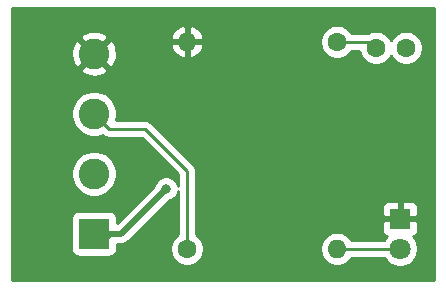
<source format=gbr>
G04 #@! TF.GenerationSoftware,KiCad,Pcbnew,(5.1.5-0-10_14)*
G04 #@! TF.CreationDate,2021-06-11T11:39:42+02:00*
G04 #@! TF.ProjectId,ldr_led_platine,6c64725f-6c65-4645-9f70-6c6174696e65,rev?*
G04 #@! TF.SameCoordinates,Original*
G04 #@! TF.FileFunction,Copper,L1,Top*
G04 #@! TF.FilePolarity,Positive*
%FSLAX46Y46*%
G04 Gerber Fmt 4.6, Leading zero omitted, Abs format (unit mm)*
G04 Created by KiCad (PCBNEW (5.1.5-0-10_14)) date 2021-06-11 11:39:42*
%MOMM*%
%LPD*%
G04 APERTURE LIST*
%ADD10R,1.800000X1.800000*%
%ADD11C,1.800000*%
%ADD12R,2.600000X2.600000*%
%ADD13C,2.600000*%
%ADD14C,1.600000*%
%ADD15O,1.600000X1.600000*%
%ADD16C,0.800000*%
%ADD17C,0.250000*%
%ADD18C,0.500000*%
%ADD19C,0.254000*%
G04 APERTURE END LIST*
D10*
X153924000Y-79502000D03*
D11*
X153924000Y-82042000D03*
D12*
X128016000Y-80772000D03*
D13*
X128016000Y-75692000D03*
X128016000Y-70612000D03*
X128016000Y-65532000D03*
D14*
X154432000Y-65024000D03*
X151892000Y-65024000D03*
X135890000Y-82042000D03*
D15*
X148590000Y-82042000D03*
X135890000Y-64516000D03*
D14*
X148590000Y-64516000D03*
D16*
X134112000Y-76962000D03*
D17*
X153924000Y-82042000D02*
X148590000Y-82042000D01*
X128016000Y-80772000D02*
X128016000Y-81026000D01*
X128016000Y-81026000D02*
X129286000Y-81026000D01*
D18*
X130302000Y-80772000D02*
X134112000Y-76962000D01*
X128016000Y-80772000D02*
X130302000Y-80772000D01*
D17*
X151384000Y-64516000D02*
X151892000Y-65024000D01*
X148590000Y-64516000D02*
X151384000Y-64516000D01*
X129315999Y-71911999D02*
X132363999Y-71911999D01*
X128016000Y-70612000D02*
X129315999Y-71911999D01*
X135890000Y-75438000D02*
X135890000Y-82042000D01*
X132363999Y-71911999D02*
X135890000Y-75438000D01*
D19*
G36*
X156795001Y-84659000D02*
G01*
X121081000Y-84659000D01*
X121081000Y-79472000D01*
X126077928Y-79472000D01*
X126077928Y-82072000D01*
X126090188Y-82196482D01*
X126126498Y-82316180D01*
X126185463Y-82426494D01*
X126264815Y-82523185D01*
X126361506Y-82602537D01*
X126471820Y-82661502D01*
X126591518Y-82697812D01*
X126716000Y-82710072D01*
X129316000Y-82710072D01*
X129440482Y-82697812D01*
X129560180Y-82661502D01*
X129670494Y-82602537D01*
X129767185Y-82523185D01*
X129846537Y-82426494D01*
X129905502Y-82316180D01*
X129941812Y-82196482D01*
X129954072Y-82072000D01*
X129954072Y-81657000D01*
X130258531Y-81657000D01*
X130302000Y-81661281D01*
X130345469Y-81657000D01*
X130345477Y-81657000D01*
X130475490Y-81644195D01*
X130642313Y-81593589D01*
X130796059Y-81511411D01*
X130930817Y-81400817D01*
X130958534Y-81367044D01*
X134357044Y-77968535D01*
X134413898Y-77957226D01*
X134602256Y-77879205D01*
X134771774Y-77765937D01*
X134915937Y-77621774D01*
X135029205Y-77452256D01*
X135107226Y-77263898D01*
X135130000Y-77149403D01*
X135130001Y-80823956D01*
X134975241Y-80927363D01*
X134775363Y-81127241D01*
X134618320Y-81362273D01*
X134510147Y-81623426D01*
X134455000Y-81900665D01*
X134455000Y-82183335D01*
X134510147Y-82460574D01*
X134618320Y-82721727D01*
X134775363Y-82956759D01*
X134975241Y-83156637D01*
X135210273Y-83313680D01*
X135471426Y-83421853D01*
X135748665Y-83477000D01*
X136031335Y-83477000D01*
X136308574Y-83421853D01*
X136569727Y-83313680D01*
X136804759Y-83156637D01*
X137004637Y-82956759D01*
X137161680Y-82721727D01*
X137269853Y-82460574D01*
X137325000Y-82183335D01*
X137325000Y-81900665D01*
X147155000Y-81900665D01*
X147155000Y-82183335D01*
X147210147Y-82460574D01*
X147318320Y-82721727D01*
X147475363Y-82956759D01*
X147675241Y-83156637D01*
X147910273Y-83313680D01*
X148171426Y-83421853D01*
X148448665Y-83477000D01*
X148731335Y-83477000D01*
X149008574Y-83421853D01*
X149269727Y-83313680D01*
X149504759Y-83156637D01*
X149704637Y-82956759D01*
X149808043Y-82802000D01*
X152585687Y-82802000D01*
X152731688Y-83020505D01*
X152945495Y-83234312D01*
X153196905Y-83402299D01*
X153476257Y-83518011D01*
X153772816Y-83577000D01*
X154075184Y-83577000D01*
X154371743Y-83518011D01*
X154651095Y-83402299D01*
X154902505Y-83234312D01*
X155116312Y-83020505D01*
X155284299Y-82769095D01*
X155400011Y-82489743D01*
X155459000Y-82193184D01*
X155459000Y-81890816D01*
X155400011Y-81594257D01*
X155284299Y-81314905D01*
X155116312Y-81063495D01*
X155049873Y-80997056D01*
X155068180Y-80991502D01*
X155178494Y-80932537D01*
X155275185Y-80853185D01*
X155354537Y-80756494D01*
X155413502Y-80646180D01*
X155449812Y-80526482D01*
X155462072Y-80402000D01*
X155459000Y-79787750D01*
X155300250Y-79629000D01*
X154051000Y-79629000D01*
X154051000Y-79649000D01*
X153797000Y-79649000D01*
X153797000Y-79629000D01*
X152547750Y-79629000D01*
X152389000Y-79787750D01*
X152385928Y-80402000D01*
X152398188Y-80526482D01*
X152434498Y-80646180D01*
X152493463Y-80756494D01*
X152572815Y-80853185D01*
X152669506Y-80932537D01*
X152779820Y-80991502D01*
X152798127Y-80997056D01*
X152731688Y-81063495D01*
X152585687Y-81282000D01*
X149808043Y-81282000D01*
X149704637Y-81127241D01*
X149504759Y-80927363D01*
X149269727Y-80770320D01*
X149008574Y-80662147D01*
X148731335Y-80607000D01*
X148448665Y-80607000D01*
X148171426Y-80662147D01*
X147910273Y-80770320D01*
X147675241Y-80927363D01*
X147475363Y-81127241D01*
X147318320Y-81362273D01*
X147210147Y-81623426D01*
X147155000Y-81900665D01*
X137325000Y-81900665D01*
X137269853Y-81623426D01*
X137161680Y-81362273D01*
X137004637Y-81127241D01*
X136804759Y-80927363D01*
X136650000Y-80823957D01*
X136650000Y-78602000D01*
X152385928Y-78602000D01*
X152389000Y-79216250D01*
X152547750Y-79375000D01*
X153797000Y-79375000D01*
X153797000Y-78125750D01*
X154051000Y-78125750D01*
X154051000Y-79375000D01*
X155300250Y-79375000D01*
X155459000Y-79216250D01*
X155462072Y-78602000D01*
X155449812Y-78477518D01*
X155413502Y-78357820D01*
X155354537Y-78247506D01*
X155275185Y-78150815D01*
X155178494Y-78071463D01*
X155068180Y-78012498D01*
X154948482Y-77976188D01*
X154824000Y-77963928D01*
X154209750Y-77967000D01*
X154051000Y-78125750D01*
X153797000Y-78125750D01*
X153638250Y-77967000D01*
X153024000Y-77963928D01*
X152899518Y-77976188D01*
X152779820Y-78012498D01*
X152669506Y-78071463D01*
X152572815Y-78150815D01*
X152493463Y-78247506D01*
X152434498Y-78357820D01*
X152398188Y-78477518D01*
X152385928Y-78602000D01*
X136650000Y-78602000D01*
X136650000Y-75475322D01*
X136653676Y-75437999D01*
X136650000Y-75400676D01*
X136650000Y-75400667D01*
X136639003Y-75289014D01*
X136595546Y-75145753D01*
X136524974Y-75013724D01*
X136511811Y-74997685D01*
X136453799Y-74926996D01*
X136453795Y-74926992D01*
X136430001Y-74897999D01*
X136401009Y-74874206D01*
X132927803Y-71401002D01*
X132904000Y-71371998D01*
X132788275Y-71277025D01*
X132656246Y-71206453D01*
X132512985Y-71162996D01*
X132401332Y-71151999D01*
X132401321Y-71151999D01*
X132363999Y-71148323D01*
X132326677Y-71151999D01*
X129881496Y-71151999D01*
X129951000Y-70802581D01*
X129951000Y-70421419D01*
X129876639Y-70047581D01*
X129730775Y-69695434D01*
X129519013Y-69378509D01*
X129249491Y-69108987D01*
X128932566Y-68897225D01*
X128580419Y-68751361D01*
X128206581Y-68677000D01*
X127825419Y-68677000D01*
X127451581Y-68751361D01*
X127099434Y-68897225D01*
X126782509Y-69108987D01*
X126512987Y-69378509D01*
X126301225Y-69695434D01*
X126155361Y-70047581D01*
X126081000Y-70421419D01*
X126081000Y-70802581D01*
X126155361Y-71176419D01*
X126301225Y-71528566D01*
X126512987Y-71845491D01*
X126782509Y-72115013D01*
X127099434Y-72326775D01*
X127451581Y-72472639D01*
X127825419Y-72547000D01*
X128206581Y-72547000D01*
X128580419Y-72472639D01*
X128736985Y-72407787D01*
X128752199Y-72423001D01*
X128775998Y-72452000D01*
X128891723Y-72546973D01*
X129023752Y-72617545D01*
X129167013Y-72661002D01*
X129278666Y-72671999D01*
X129278675Y-72671999D01*
X129315998Y-72675675D01*
X129353321Y-72671999D01*
X132049198Y-72671999D01*
X135130000Y-75752803D01*
X135130000Y-76774597D01*
X135107226Y-76660102D01*
X135029205Y-76471744D01*
X134915937Y-76302226D01*
X134771774Y-76158063D01*
X134602256Y-76044795D01*
X134413898Y-75966774D01*
X134213939Y-75927000D01*
X134010061Y-75927000D01*
X133810102Y-75966774D01*
X133621744Y-76044795D01*
X133452226Y-76158063D01*
X133308063Y-76302226D01*
X133194795Y-76471744D01*
X133116774Y-76660102D01*
X133105465Y-76716956D01*
X129954072Y-79868350D01*
X129954072Y-79472000D01*
X129941812Y-79347518D01*
X129905502Y-79227820D01*
X129846537Y-79117506D01*
X129767185Y-79020815D01*
X129670494Y-78941463D01*
X129560180Y-78882498D01*
X129440482Y-78846188D01*
X129316000Y-78833928D01*
X126716000Y-78833928D01*
X126591518Y-78846188D01*
X126471820Y-78882498D01*
X126361506Y-78941463D01*
X126264815Y-79020815D01*
X126185463Y-79117506D01*
X126126498Y-79227820D01*
X126090188Y-79347518D01*
X126077928Y-79472000D01*
X121081000Y-79472000D01*
X121081000Y-75501419D01*
X126081000Y-75501419D01*
X126081000Y-75882581D01*
X126155361Y-76256419D01*
X126301225Y-76608566D01*
X126512987Y-76925491D01*
X126782509Y-77195013D01*
X127099434Y-77406775D01*
X127451581Y-77552639D01*
X127825419Y-77627000D01*
X128206581Y-77627000D01*
X128580419Y-77552639D01*
X128932566Y-77406775D01*
X129249491Y-77195013D01*
X129519013Y-76925491D01*
X129730775Y-76608566D01*
X129876639Y-76256419D01*
X129951000Y-75882581D01*
X129951000Y-75501419D01*
X129876639Y-75127581D01*
X129730775Y-74775434D01*
X129519013Y-74458509D01*
X129249491Y-74188987D01*
X128932566Y-73977225D01*
X128580419Y-73831361D01*
X128206581Y-73757000D01*
X127825419Y-73757000D01*
X127451581Y-73831361D01*
X127099434Y-73977225D01*
X126782509Y-74188987D01*
X126512987Y-74458509D01*
X126301225Y-74775434D01*
X126155361Y-75127581D01*
X126081000Y-75501419D01*
X121081000Y-75501419D01*
X121081000Y-66881224D01*
X126846381Y-66881224D01*
X126978317Y-67176312D01*
X127319045Y-67347159D01*
X127686557Y-67448250D01*
X128066729Y-67475701D01*
X128444951Y-67428457D01*
X128806690Y-67308333D01*
X129053683Y-67176312D01*
X129185619Y-66881224D01*
X128016000Y-65711605D01*
X126846381Y-66881224D01*
X121081000Y-66881224D01*
X121081000Y-65582729D01*
X126072299Y-65582729D01*
X126119543Y-65960951D01*
X126239667Y-66322690D01*
X126371688Y-66569683D01*
X126666776Y-66701619D01*
X127836395Y-65532000D01*
X128195605Y-65532000D01*
X129365224Y-66701619D01*
X129660312Y-66569683D01*
X129831159Y-66228955D01*
X129932250Y-65861443D01*
X129959701Y-65481271D01*
X129912457Y-65103049D01*
X129833421Y-64865039D01*
X134498096Y-64865039D01*
X134538754Y-64999087D01*
X134658963Y-65253420D01*
X134826481Y-65479414D01*
X135034869Y-65668385D01*
X135276119Y-65813070D01*
X135540960Y-65907909D01*
X135763000Y-65786624D01*
X135763000Y-64643000D01*
X136017000Y-64643000D01*
X136017000Y-65786624D01*
X136239040Y-65907909D01*
X136503881Y-65813070D01*
X136745131Y-65668385D01*
X136953519Y-65479414D01*
X137121037Y-65253420D01*
X137241246Y-64999087D01*
X137281904Y-64865039D01*
X137159915Y-64643000D01*
X136017000Y-64643000D01*
X135763000Y-64643000D01*
X134620085Y-64643000D01*
X134498096Y-64865039D01*
X129833421Y-64865039D01*
X129792333Y-64741310D01*
X129660312Y-64494317D01*
X129365224Y-64362381D01*
X128195605Y-65532000D01*
X127836395Y-65532000D01*
X126666776Y-64362381D01*
X126371688Y-64494317D01*
X126200841Y-64835045D01*
X126099750Y-65202557D01*
X126072299Y-65582729D01*
X121081000Y-65582729D01*
X121081000Y-64182776D01*
X126846381Y-64182776D01*
X128016000Y-65352395D01*
X129185619Y-64182776D01*
X129178548Y-64166961D01*
X134498096Y-64166961D01*
X134620085Y-64389000D01*
X135763000Y-64389000D01*
X135763000Y-63245376D01*
X136017000Y-63245376D01*
X136017000Y-64389000D01*
X137159915Y-64389000D01*
X137167790Y-64374665D01*
X147155000Y-64374665D01*
X147155000Y-64657335D01*
X147210147Y-64934574D01*
X147318320Y-65195727D01*
X147475363Y-65430759D01*
X147675241Y-65630637D01*
X147910273Y-65787680D01*
X148171426Y-65895853D01*
X148448665Y-65951000D01*
X148731335Y-65951000D01*
X149008574Y-65895853D01*
X149269727Y-65787680D01*
X149504759Y-65630637D01*
X149704637Y-65430759D01*
X149808043Y-65276000D01*
X150479013Y-65276000D01*
X150512147Y-65442574D01*
X150620320Y-65703727D01*
X150777363Y-65938759D01*
X150977241Y-66138637D01*
X151212273Y-66295680D01*
X151473426Y-66403853D01*
X151750665Y-66459000D01*
X152033335Y-66459000D01*
X152310574Y-66403853D01*
X152571727Y-66295680D01*
X152806759Y-66138637D01*
X153006637Y-65938759D01*
X153162000Y-65706241D01*
X153317363Y-65938759D01*
X153517241Y-66138637D01*
X153752273Y-66295680D01*
X154013426Y-66403853D01*
X154290665Y-66459000D01*
X154573335Y-66459000D01*
X154850574Y-66403853D01*
X155111727Y-66295680D01*
X155346759Y-66138637D01*
X155546637Y-65938759D01*
X155703680Y-65703727D01*
X155811853Y-65442574D01*
X155867000Y-65165335D01*
X155867000Y-64882665D01*
X155811853Y-64605426D01*
X155703680Y-64344273D01*
X155546637Y-64109241D01*
X155346759Y-63909363D01*
X155111727Y-63752320D01*
X154850574Y-63644147D01*
X154573335Y-63589000D01*
X154290665Y-63589000D01*
X154013426Y-63644147D01*
X153752273Y-63752320D01*
X153517241Y-63909363D01*
X153317363Y-64109241D01*
X153162000Y-64341759D01*
X153006637Y-64109241D01*
X152806759Y-63909363D01*
X152571727Y-63752320D01*
X152310574Y-63644147D01*
X152033335Y-63589000D01*
X151750665Y-63589000D01*
X151473426Y-63644147D01*
X151212273Y-63752320D01*
X151206765Y-63756000D01*
X149808043Y-63756000D01*
X149704637Y-63601241D01*
X149504759Y-63401363D01*
X149269727Y-63244320D01*
X149008574Y-63136147D01*
X148731335Y-63081000D01*
X148448665Y-63081000D01*
X148171426Y-63136147D01*
X147910273Y-63244320D01*
X147675241Y-63401363D01*
X147475363Y-63601241D01*
X147318320Y-63836273D01*
X147210147Y-64097426D01*
X147155000Y-64374665D01*
X137167790Y-64374665D01*
X137281904Y-64166961D01*
X137241246Y-64032913D01*
X137121037Y-63778580D01*
X136953519Y-63552586D01*
X136745131Y-63363615D01*
X136503881Y-63218930D01*
X136239040Y-63124091D01*
X136017000Y-63245376D01*
X135763000Y-63245376D01*
X135540960Y-63124091D01*
X135276119Y-63218930D01*
X135034869Y-63363615D01*
X134826481Y-63552586D01*
X134658963Y-63778580D01*
X134538754Y-64032913D01*
X134498096Y-64166961D01*
X129178548Y-64166961D01*
X129053683Y-63887688D01*
X128712955Y-63716841D01*
X128345443Y-63615750D01*
X127965271Y-63588299D01*
X127587049Y-63635543D01*
X127225310Y-63755667D01*
X126978317Y-63887688D01*
X126846381Y-64182776D01*
X121081000Y-64182776D01*
X121081000Y-61645000D01*
X156795000Y-61645000D01*
X156795001Y-84659000D01*
G37*
X156795001Y-84659000D02*
X121081000Y-84659000D01*
X121081000Y-79472000D01*
X126077928Y-79472000D01*
X126077928Y-82072000D01*
X126090188Y-82196482D01*
X126126498Y-82316180D01*
X126185463Y-82426494D01*
X126264815Y-82523185D01*
X126361506Y-82602537D01*
X126471820Y-82661502D01*
X126591518Y-82697812D01*
X126716000Y-82710072D01*
X129316000Y-82710072D01*
X129440482Y-82697812D01*
X129560180Y-82661502D01*
X129670494Y-82602537D01*
X129767185Y-82523185D01*
X129846537Y-82426494D01*
X129905502Y-82316180D01*
X129941812Y-82196482D01*
X129954072Y-82072000D01*
X129954072Y-81657000D01*
X130258531Y-81657000D01*
X130302000Y-81661281D01*
X130345469Y-81657000D01*
X130345477Y-81657000D01*
X130475490Y-81644195D01*
X130642313Y-81593589D01*
X130796059Y-81511411D01*
X130930817Y-81400817D01*
X130958534Y-81367044D01*
X134357044Y-77968535D01*
X134413898Y-77957226D01*
X134602256Y-77879205D01*
X134771774Y-77765937D01*
X134915937Y-77621774D01*
X135029205Y-77452256D01*
X135107226Y-77263898D01*
X135130000Y-77149403D01*
X135130001Y-80823956D01*
X134975241Y-80927363D01*
X134775363Y-81127241D01*
X134618320Y-81362273D01*
X134510147Y-81623426D01*
X134455000Y-81900665D01*
X134455000Y-82183335D01*
X134510147Y-82460574D01*
X134618320Y-82721727D01*
X134775363Y-82956759D01*
X134975241Y-83156637D01*
X135210273Y-83313680D01*
X135471426Y-83421853D01*
X135748665Y-83477000D01*
X136031335Y-83477000D01*
X136308574Y-83421853D01*
X136569727Y-83313680D01*
X136804759Y-83156637D01*
X137004637Y-82956759D01*
X137161680Y-82721727D01*
X137269853Y-82460574D01*
X137325000Y-82183335D01*
X137325000Y-81900665D01*
X147155000Y-81900665D01*
X147155000Y-82183335D01*
X147210147Y-82460574D01*
X147318320Y-82721727D01*
X147475363Y-82956759D01*
X147675241Y-83156637D01*
X147910273Y-83313680D01*
X148171426Y-83421853D01*
X148448665Y-83477000D01*
X148731335Y-83477000D01*
X149008574Y-83421853D01*
X149269727Y-83313680D01*
X149504759Y-83156637D01*
X149704637Y-82956759D01*
X149808043Y-82802000D01*
X152585687Y-82802000D01*
X152731688Y-83020505D01*
X152945495Y-83234312D01*
X153196905Y-83402299D01*
X153476257Y-83518011D01*
X153772816Y-83577000D01*
X154075184Y-83577000D01*
X154371743Y-83518011D01*
X154651095Y-83402299D01*
X154902505Y-83234312D01*
X155116312Y-83020505D01*
X155284299Y-82769095D01*
X155400011Y-82489743D01*
X155459000Y-82193184D01*
X155459000Y-81890816D01*
X155400011Y-81594257D01*
X155284299Y-81314905D01*
X155116312Y-81063495D01*
X155049873Y-80997056D01*
X155068180Y-80991502D01*
X155178494Y-80932537D01*
X155275185Y-80853185D01*
X155354537Y-80756494D01*
X155413502Y-80646180D01*
X155449812Y-80526482D01*
X155462072Y-80402000D01*
X155459000Y-79787750D01*
X155300250Y-79629000D01*
X154051000Y-79629000D01*
X154051000Y-79649000D01*
X153797000Y-79649000D01*
X153797000Y-79629000D01*
X152547750Y-79629000D01*
X152389000Y-79787750D01*
X152385928Y-80402000D01*
X152398188Y-80526482D01*
X152434498Y-80646180D01*
X152493463Y-80756494D01*
X152572815Y-80853185D01*
X152669506Y-80932537D01*
X152779820Y-80991502D01*
X152798127Y-80997056D01*
X152731688Y-81063495D01*
X152585687Y-81282000D01*
X149808043Y-81282000D01*
X149704637Y-81127241D01*
X149504759Y-80927363D01*
X149269727Y-80770320D01*
X149008574Y-80662147D01*
X148731335Y-80607000D01*
X148448665Y-80607000D01*
X148171426Y-80662147D01*
X147910273Y-80770320D01*
X147675241Y-80927363D01*
X147475363Y-81127241D01*
X147318320Y-81362273D01*
X147210147Y-81623426D01*
X147155000Y-81900665D01*
X137325000Y-81900665D01*
X137269853Y-81623426D01*
X137161680Y-81362273D01*
X137004637Y-81127241D01*
X136804759Y-80927363D01*
X136650000Y-80823957D01*
X136650000Y-78602000D01*
X152385928Y-78602000D01*
X152389000Y-79216250D01*
X152547750Y-79375000D01*
X153797000Y-79375000D01*
X153797000Y-78125750D01*
X154051000Y-78125750D01*
X154051000Y-79375000D01*
X155300250Y-79375000D01*
X155459000Y-79216250D01*
X155462072Y-78602000D01*
X155449812Y-78477518D01*
X155413502Y-78357820D01*
X155354537Y-78247506D01*
X155275185Y-78150815D01*
X155178494Y-78071463D01*
X155068180Y-78012498D01*
X154948482Y-77976188D01*
X154824000Y-77963928D01*
X154209750Y-77967000D01*
X154051000Y-78125750D01*
X153797000Y-78125750D01*
X153638250Y-77967000D01*
X153024000Y-77963928D01*
X152899518Y-77976188D01*
X152779820Y-78012498D01*
X152669506Y-78071463D01*
X152572815Y-78150815D01*
X152493463Y-78247506D01*
X152434498Y-78357820D01*
X152398188Y-78477518D01*
X152385928Y-78602000D01*
X136650000Y-78602000D01*
X136650000Y-75475322D01*
X136653676Y-75437999D01*
X136650000Y-75400676D01*
X136650000Y-75400667D01*
X136639003Y-75289014D01*
X136595546Y-75145753D01*
X136524974Y-75013724D01*
X136511811Y-74997685D01*
X136453799Y-74926996D01*
X136453795Y-74926992D01*
X136430001Y-74897999D01*
X136401009Y-74874206D01*
X132927803Y-71401002D01*
X132904000Y-71371998D01*
X132788275Y-71277025D01*
X132656246Y-71206453D01*
X132512985Y-71162996D01*
X132401332Y-71151999D01*
X132401321Y-71151999D01*
X132363999Y-71148323D01*
X132326677Y-71151999D01*
X129881496Y-71151999D01*
X129951000Y-70802581D01*
X129951000Y-70421419D01*
X129876639Y-70047581D01*
X129730775Y-69695434D01*
X129519013Y-69378509D01*
X129249491Y-69108987D01*
X128932566Y-68897225D01*
X128580419Y-68751361D01*
X128206581Y-68677000D01*
X127825419Y-68677000D01*
X127451581Y-68751361D01*
X127099434Y-68897225D01*
X126782509Y-69108987D01*
X126512987Y-69378509D01*
X126301225Y-69695434D01*
X126155361Y-70047581D01*
X126081000Y-70421419D01*
X126081000Y-70802581D01*
X126155361Y-71176419D01*
X126301225Y-71528566D01*
X126512987Y-71845491D01*
X126782509Y-72115013D01*
X127099434Y-72326775D01*
X127451581Y-72472639D01*
X127825419Y-72547000D01*
X128206581Y-72547000D01*
X128580419Y-72472639D01*
X128736985Y-72407787D01*
X128752199Y-72423001D01*
X128775998Y-72452000D01*
X128891723Y-72546973D01*
X129023752Y-72617545D01*
X129167013Y-72661002D01*
X129278666Y-72671999D01*
X129278675Y-72671999D01*
X129315998Y-72675675D01*
X129353321Y-72671999D01*
X132049198Y-72671999D01*
X135130000Y-75752803D01*
X135130000Y-76774597D01*
X135107226Y-76660102D01*
X135029205Y-76471744D01*
X134915937Y-76302226D01*
X134771774Y-76158063D01*
X134602256Y-76044795D01*
X134413898Y-75966774D01*
X134213939Y-75927000D01*
X134010061Y-75927000D01*
X133810102Y-75966774D01*
X133621744Y-76044795D01*
X133452226Y-76158063D01*
X133308063Y-76302226D01*
X133194795Y-76471744D01*
X133116774Y-76660102D01*
X133105465Y-76716956D01*
X129954072Y-79868350D01*
X129954072Y-79472000D01*
X129941812Y-79347518D01*
X129905502Y-79227820D01*
X129846537Y-79117506D01*
X129767185Y-79020815D01*
X129670494Y-78941463D01*
X129560180Y-78882498D01*
X129440482Y-78846188D01*
X129316000Y-78833928D01*
X126716000Y-78833928D01*
X126591518Y-78846188D01*
X126471820Y-78882498D01*
X126361506Y-78941463D01*
X126264815Y-79020815D01*
X126185463Y-79117506D01*
X126126498Y-79227820D01*
X126090188Y-79347518D01*
X126077928Y-79472000D01*
X121081000Y-79472000D01*
X121081000Y-75501419D01*
X126081000Y-75501419D01*
X126081000Y-75882581D01*
X126155361Y-76256419D01*
X126301225Y-76608566D01*
X126512987Y-76925491D01*
X126782509Y-77195013D01*
X127099434Y-77406775D01*
X127451581Y-77552639D01*
X127825419Y-77627000D01*
X128206581Y-77627000D01*
X128580419Y-77552639D01*
X128932566Y-77406775D01*
X129249491Y-77195013D01*
X129519013Y-76925491D01*
X129730775Y-76608566D01*
X129876639Y-76256419D01*
X129951000Y-75882581D01*
X129951000Y-75501419D01*
X129876639Y-75127581D01*
X129730775Y-74775434D01*
X129519013Y-74458509D01*
X129249491Y-74188987D01*
X128932566Y-73977225D01*
X128580419Y-73831361D01*
X128206581Y-73757000D01*
X127825419Y-73757000D01*
X127451581Y-73831361D01*
X127099434Y-73977225D01*
X126782509Y-74188987D01*
X126512987Y-74458509D01*
X126301225Y-74775434D01*
X126155361Y-75127581D01*
X126081000Y-75501419D01*
X121081000Y-75501419D01*
X121081000Y-66881224D01*
X126846381Y-66881224D01*
X126978317Y-67176312D01*
X127319045Y-67347159D01*
X127686557Y-67448250D01*
X128066729Y-67475701D01*
X128444951Y-67428457D01*
X128806690Y-67308333D01*
X129053683Y-67176312D01*
X129185619Y-66881224D01*
X128016000Y-65711605D01*
X126846381Y-66881224D01*
X121081000Y-66881224D01*
X121081000Y-65582729D01*
X126072299Y-65582729D01*
X126119543Y-65960951D01*
X126239667Y-66322690D01*
X126371688Y-66569683D01*
X126666776Y-66701619D01*
X127836395Y-65532000D01*
X128195605Y-65532000D01*
X129365224Y-66701619D01*
X129660312Y-66569683D01*
X129831159Y-66228955D01*
X129932250Y-65861443D01*
X129959701Y-65481271D01*
X129912457Y-65103049D01*
X129833421Y-64865039D01*
X134498096Y-64865039D01*
X134538754Y-64999087D01*
X134658963Y-65253420D01*
X134826481Y-65479414D01*
X135034869Y-65668385D01*
X135276119Y-65813070D01*
X135540960Y-65907909D01*
X135763000Y-65786624D01*
X135763000Y-64643000D01*
X136017000Y-64643000D01*
X136017000Y-65786624D01*
X136239040Y-65907909D01*
X136503881Y-65813070D01*
X136745131Y-65668385D01*
X136953519Y-65479414D01*
X137121037Y-65253420D01*
X137241246Y-64999087D01*
X137281904Y-64865039D01*
X137159915Y-64643000D01*
X136017000Y-64643000D01*
X135763000Y-64643000D01*
X134620085Y-64643000D01*
X134498096Y-64865039D01*
X129833421Y-64865039D01*
X129792333Y-64741310D01*
X129660312Y-64494317D01*
X129365224Y-64362381D01*
X128195605Y-65532000D01*
X127836395Y-65532000D01*
X126666776Y-64362381D01*
X126371688Y-64494317D01*
X126200841Y-64835045D01*
X126099750Y-65202557D01*
X126072299Y-65582729D01*
X121081000Y-65582729D01*
X121081000Y-64182776D01*
X126846381Y-64182776D01*
X128016000Y-65352395D01*
X129185619Y-64182776D01*
X129178548Y-64166961D01*
X134498096Y-64166961D01*
X134620085Y-64389000D01*
X135763000Y-64389000D01*
X135763000Y-63245376D01*
X136017000Y-63245376D01*
X136017000Y-64389000D01*
X137159915Y-64389000D01*
X137167790Y-64374665D01*
X147155000Y-64374665D01*
X147155000Y-64657335D01*
X147210147Y-64934574D01*
X147318320Y-65195727D01*
X147475363Y-65430759D01*
X147675241Y-65630637D01*
X147910273Y-65787680D01*
X148171426Y-65895853D01*
X148448665Y-65951000D01*
X148731335Y-65951000D01*
X149008574Y-65895853D01*
X149269727Y-65787680D01*
X149504759Y-65630637D01*
X149704637Y-65430759D01*
X149808043Y-65276000D01*
X150479013Y-65276000D01*
X150512147Y-65442574D01*
X150620320Y-65703727D01*
X150777363Y-65938759D01*
X150977241Y-66138637D01*
X151212273Y-66295680D01*
X151473426Y-66403853D01*
X151750665Y-66459000D01*
X152033335Y-66459000D01*
X152310574Y-66403853D01*
X152571727Y-66295680D01*
X152806759Y-66138637D01*
X153006637Y-65938759D01*
X153162000Y-65706241D01*
X153317363Y-65938759D01*
X153517241Y-66138637D01*
X153752273Y-66295680D01*
X154013426Y-66403853D01*
X154290665Y-66459000D01*
X154573335Y-66459000D01*
X154850574Y-66403853D01*
X155111727Y-66295680D01*
X155346759Y-66138637D01*
X155546637Y-65938759D01*
X155703680Y-65703727D01*
X155811853Y-65442574D01*
X155867000Y-65165335D01*
X155867000Y-64882665D01*
X155811853Y-64605426D01*
X155703680Y-64344273D01*
X155546637Y-64109241D01*
X155346759Y-63909363D01*
X155111727Y-63752320D01*
X154850574Y-63644147D01*
X154573335Y-63589000D01*
X154290665Y-63589000D01*
X154013426Y-63644147D01*
X153752273Y-63752320D01*
X153517241Y-63909363D01*
X153317363Y-64109241D01*
X153162000Y-64341759D01*
X153006637Y-64109241D01*
X152806759Y-63909363D01*
X152571727Y-63752320D01*
X152310574Y-63644147D01*
X152033335Y-63589000D01*
X151750665Y-63589000D01*
X151473426Y-63644147D01*
X151212273Y-63752320D01*
X151206765Y-63756000D01*
X149808043Y-63756000D01*
X149704637Y-63601241D01*
X149504759Y-63401363D01*
X149269727Y-63244320D01*
X149008574Y-63136147D01*
X148731335Y-63081000D01*
X148448665Y-63081000D01*
X148171426Y-63136147D01*
X147910273Y-63244320D01*
X147675241Y-63401363D01*
X147475363Y-63601241D01*
X147318320Y-63836273D01*
X147210147Y-64097426D01*
X147155000Y-64374665D01*
X137167790Y-64374665D01*
X137281904Y-64166961D01*
X137241246Y-64032913D01*
X137121037Y-63778580D01*
X136953519Y-63552586D01*
X136745131Y-63363615D01*
X136503881Y-63218930D01*
X136239040Y-63124091D01*
X136017000Y-63245376D01*
X135763000Y-63245376D01*
X135540960Y-63124091D01*
X135276119Y-63218930D01*
X135034869Y-63363615D01*
X134826481Y-63552586D01*
X134658963Y-63778580D01*
X134538754Y-64032913D01*
X134498096Y-64166961D01*
X129178548Y-64166961D01*
X129053683Y-63887688D01*
X128712955Y-63716841D01*
X128345443Y-63615750D01*
X127965271Y-63588299D01*
X127587049Y-63635543D01*
X127225310Y-63755667D01*
X126978317Y-63887688D01*
X126846381Y-64182776D01*
X121081000Y-64182776D01*
X121081000Y-61645000D01*
X156795000Y-61645000D01*
X156795001Y-84659000D01*
M02*

</source>
